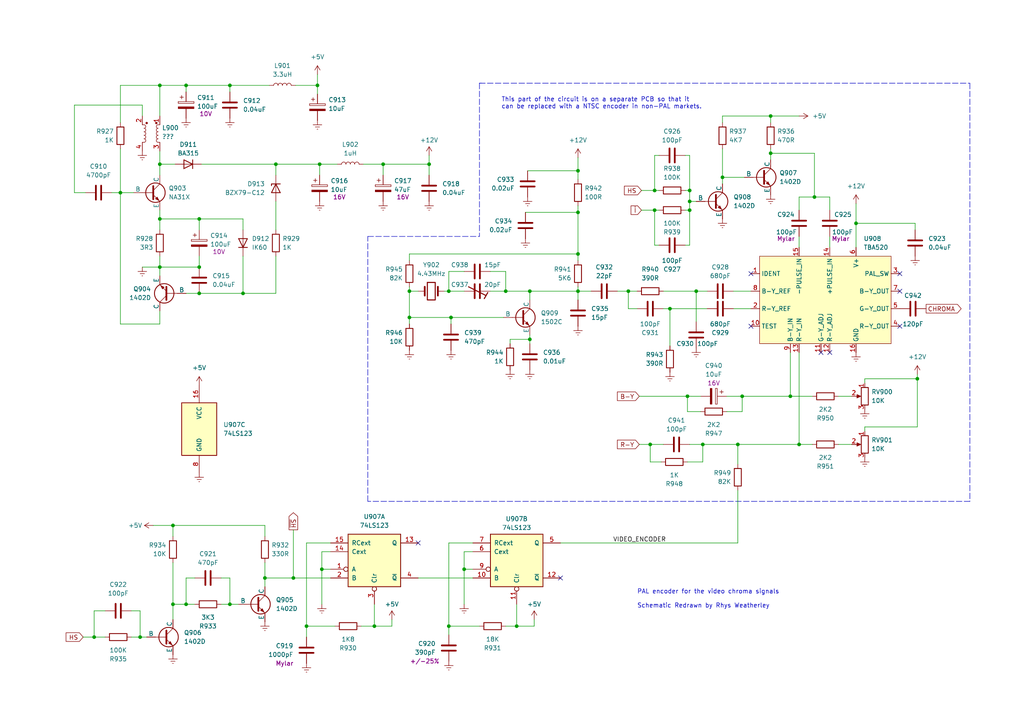
<source format=kicad_sch>
(kicad_sch (version 20230121) (generator eeschema)
  (paper "A4")
  (title_block (title "VZ200 Computer") (date "2024-01-05") (rev "2"))
  (lib_symbols
    (symbol "74xx:74LS123" (pin_names (offset 1.016))
      (property "Reference" "U" (at -7.62 8.89 0))
      (property "Value" "74LS123" (at -7.62 -8.89 0))
      (symbol "74LS123_1_0"
        (pin input inverted (at -12.7 -2.54 0) (length 5.08) (name "A") (number "1"))
        (pin output line (at 12.7 5.08 180) (length 5.08) (name "Q") (number "13"))
        (pin input line (at -12.7 2.54 0) (length 5.08) (name "Cext") (number "14"))
        (pin input line (at -12.7 5.08 0) (length 5.08) (name "RCext") (number "15"))
        (pin input line (at -12.7 -5.08 0) (length 5.08) (name "B") (number "2"))
        (pin input inverted (at 0 -12.7 90) (length 5.08) (name "Clr") (number "3"))
        (pin output line (at 12.7 -5.08 180) (length 5.08) (name "~{Q}") (number "4"))
      )
      (symbol "74LS123_1_1"
        (rectangle (start -7.62 7.62) (end 7.62 -7.62) (stroke (width 0.254)) (fill (type background)))
      )
      (symbol "74LS123_2_0"
        (pin input line (at -12.7 -5.08 0) (length 5.08) (name "B") (number "10"))
        (pin input inverted (at 0 -12.7 90) (length 5.08) (name "Clr") (number "11"))
        (pin output line (at 12.7 -5.08 180) (length 5.08) (name "~{Q}") (number "12"))
        (pin output line (at 12.7 5.08 180) (length 5.08) (name "Q") (number "5"))
        (pin input line (at -12.7 2.54 0) (length 5.08) (name "Cext") (number "6"))
        (pin input line (at -12.7 5.08 0) (length 5.08) (name "RCext") (number "7"))
        (pin input inverted (at -12.7 -2.54 0) (length 5.08) (name "A") (number "9"))
      )
      (symbol "74LS123_2_1"
        (rectangle (start -7.62 7.62) (end 7.62 -7.62) (stroke (width 0.254)) (fill (type background)))
      )
      (symbol "74LS123_3_0"
        (pin power_in line (at 0 12.7 270) (length 5.08) (name "VCC") (number "16"))
        (pin power_in line (at 0 -12.7 90) (length 5.08) (name "GND") (number "8"))
      )
      (symbol "74LS123_3_1"
        (rectangle (start -5.08 7.62) (end 5.08 -7.62) (stroke (width 0.254)) (fill (type background)))
      )
    )
    (symbol "Device:C" (pin_numbers hide) (pin_names (offset 0.254))
      (property "Reference" "C" (at 0.635 2.54 0))
      (property "Value" "C" (at 0.635 -2.54 0))
      (symbol "C_0_1"
        (polyline (pts (xy -2.032 -0.762) (xy 2.032 -0.762)) (stroke (width 0.508)))
        (polyline (pts (xy -2.032 0.762) (xy 2.032 0.762)) (stroke (width 0.508)))
      )
      (symbol "C_1_1"
        (pin passive line (at 0 3.81 270) (length 2.794) (name "~") (number "1"))
        (pin passive line (at 0 -3.81 90) (length 2.794) (name "~") (number "2"))
      )
    )
    (symbol "Device:C_Polarized" (pin_numbers hide) (pin_names (offset 0.254))
      (property "Reference" "C" (at 0.635 2.54 0))
      (property "Value" "C_Polarized" (at 0.635 -2.54 0))
      (symbol "C_Polarized_0_1"
        (rectangle (start -2.286 0.508) (end 2.286 1.016))
        (polyline (pts (xy -1.778 2.286) (xy -0.762 2.286)))
        (polyline (pts (xy -1.27 2.794) (xy -1.27 1.778)))
        (rectangle (start 2.286 -0.508) (end -2.286 -1.016) (fill (type outline)))
      )
      (symbol "C_Polarized_1_1"
        (pin passive line (at 0 3.81 270) (length 2.794) (name "~") (number "1"))
        (pin passive line (at 0 -3.81 90) (length 2.794) (name "~") (number "2"))
      )
    )
    (symbol "Device:C_Trim" (pin_numbers hide) (pin_names (offset 0.254) hide)
      (property "Reference" "C" (at 1.524 -2.032 0))
      (property "Value" "C_Trim" (at 3.048 -3.556 0))
      (symbol "C_Trim_0_1"
        (polyline (pts (xy -2.032 -0.762) (xy 2.032 -0.762)) (stroke (width 0.508)))
        (polyline (pts (xy -2.032 0.762) (xy 2.032 0.762)) (stroke (width 0.508)))
        (polyline (pts (xy 1.27 2.54) (xy -1.27 -2.54)) (stroke (width 0.3048)))
        (polyline (pts (xy 1.27 2.54) (xy 0.381 3.048)) (stroke (width 0.3048)))
        (polyline (pts (xy 1.27 2.54) (xy 2.159 2.032)) (stroke (width 0.3048)))
      )
      (symbol "C_Trim_1_1"
        (pin passive line (at 0 3.81 270) (length 3.048) (name "~") (number "1"))
        (pin passive line (at 0 -3.81 90) (length 3.048) (name "~") (number "2"))
      )
    )
    (symbol "Device:Crystal" (pin_numbers hide) (pin_names (offset 1.016) hide)
      (property "Reference" "Y" (at 0 3.81 0))
      (property "Value" "Crystal" (at 0 -3.81 0))
      (symbol "Crystal_0_1"
        (rectangle (start -1.143 2.54) (end 1.143 -2.54) (stroke (width 0.3048)))
        (polyline (pts (xy -2.54 0) (xy -1.905 0)))
        (polyline (pts (xy -1.905 -1.27) (xy -1.905 1.27)) (stroke (width 0.508)))
        (polyline (pts (xy 1.905 -1.27) (xy 1.905 1.27)) (stroke (width 0.508)))
        (polyline (pts (xy 2.54 0) (xy 1.905 0)))
      )
      (symbol "Crystal_1_1"
        (pin passive line (at -3.81 0 0) (length 1.27) (name "1") (number "1"))
        (pin passive line (at 3.81 0 180) (length 1.27) (name "2") (number "2"))
      )
    )
    (symbol "Device:D" (pin_numbers hide) (pin_names (offset 1.016) hide)
      (property "Reference" "D" (at 0 2.54 0))
      (property "Value" "D" (at 0 -2.54 0))
      (symbol "D_0_1"
        (polyline (pts (xy -1.27 1.27) (xy -1.27 -1.27)) (stroke (width 0.254)))
        (polyline (pts (xy 1.27 0) (xy -1.27 0)))
        (polyline (pts (xy 1.27 1.27) (xy 1.27 -1.27) (xy -1.27 0) (xy 1.27 1.27)) (stroke (width 0.254)))
      )
      (symbol "D_1_1"
        (pin passive line (at -3.81 0 0) (length 2.54) (name "K") (number "1"))
        (pin passive line (at 3.81 0 180) (length 2.54) (name "A") (number "2"))
      )
    )
    (symbol "Device:D_Zener" (pin_numbers hide) (pin_names (offset 1.016) hide)
      (property "Reference" "D" (at 0 2.54 0))
      (property "Value" "D_Zener" (at 0 -2.54 0))
      (symbol "D_Zener_0_1"
        (polyline (pts (xy 1.27 0) (xy -1.27 0)))
        (polyline (pts (xy -1.27 -1.27) (xy -1.27 1.27) (xy -0.762 1.27)) (stroke (width 0.254)))
        (polyline (pts (xy 1.27 -1.27) (xy 1.27 1.27) (xy -1.27 0) (xy 1.27 -1.27)) (stroke (width 0.254)))
      )
      (symbol "D_Zener_1_1"
        (pin passive line (at -3.81 0 0) (length 2.54) (name "K") (number "1"))
        (pin passive line (at 3.81 0 180) (length 2.54) (name "A") (number "2"))
      )
    )
    (symbol "Device:L" (pin_numbers hide) (pin_names (offset 1.016) hide)
      (property "Reference" "L" (at -1.27 0 90))
      (property "Value" "L" (at 1.905 0 90))
      (symbol "L_0_1"
        (arc (start 0 -2.54) (mid 0.6323 -1.905) (end 0 -1.27))
        (arc (start 0 -1.27) (mid 0.6323 -0.635) (end 0 0))
        (arc (start 0 0) (mid 0.6323 0.635) (end 0 1.27))
        (arc (start 0 1.27) (mid 0.6323 1.905) (end 0 2.54))
      )
      (symbol "L_1_1"
        (pin passive line (at 0 3.81 270) (length 1.27) (name "1") (number "1"))
        (pin passive line (at 0 -3.81 90) (length 1.27) (name "2") (number "2"))
      )
    )
    (symbol "Device:L_Coupled_1324" (pin_names (offset 0.254) hide)
      (property "Reference" "L" (at 0 4.445 0))
      (property "Value" "L_Coupled_1324" (at 0 -4.445 0))
      (symbol "L_Coupled_1324_0_1"
        (circle (center -3.048 -1.27) (radius 0.254) (fill (type outline)))
        (circle (center -3.048 1.524) (radius 0.254) (fill (type outline)))
        (arc (start -2.54 2.032) (mid -2.032 1.5262) (end -1.524 2.032))
        (arc (start -1.524 -2.032) (mid -2.032 -1.5262) (end -2.54 -2.032))
        (arc (start -1.524 2.032) (mid -1.016 1.5262) (end -0.508 2.032))
        (arc (start -0.508 -2.032) (mid -1.016 -1.5262) (end -1.524 -2.032))
        (arc (start -0.508 2.032) (mid 0 1.5262) (end 0.508 2.032))
        (polyline (pts (xy -2.54 -2.032) (xy -2.54 -2.54)))
        (polyline (pts (xy -2.54 2.032) (xy -2.54 2.54)))
        (polyline (pts (xy 2.54 -2.032) (xy 2.54 -2.54)))
        (polyline (pts (xy 2.54 2.54) (xy 2.54 2.032)))
        (arc (start 0.508 -2.032) (mid 0 -1.5262) (end -0.508 -2.032))
        (arc (start 0.508 2.032) (mid 1.016 1.5262) (end 1.524 2.032))
        (arc (start 1.524 -2.032) (mid 1.016 -1.5262) (end 0.508 -2.032))
        (arc (start 1.524 2.032) (mid 2.032 1.5262) (end 2.54 2.032))
        (arc (start 2.54 -2.032) (mid 2.032 -1.5262) (end 1.524 -2.032))
      )
      (symbol "L_Coupled_1324_1_1"
        (pin passive line (at -5.08 2.54 0) (length 2.54) (name "1") (number "1"))
        (pin passive line (at -5.08 -2.54 0) (length 2.54) (name "2") (number "2"))
        (pin passive line (at 5.08 2.54 180) (length 2.54) (name "3") (number "3"))
        (pin passive line (at 5.08 -2.54 180) (length 2.54) (name "4") (number "4"))
      )
    )
    (symbol "Device:R" (pin_numbers hide) (pin_names (offset 0))
      (property "Reference" "R" (at 2.032 0 90))
      (property "Value" "R" (at 0 0 90))
      (symbol "R_0_1"
        (rectangle (start -1.016 -2.54) (end 1.016 2.54) (stroke (width 0.254)))
      )
      (symbol "R_1_1"
        (pin passive line (at 0 3.81 270) (length 1.27) (name "~") (number "1"))
        (pin passive line (at 0 -3.81 90) (length 1.27) (name "~") (number "2"))
      )
    )
    (symbol "Device:R_Potentiometer" (pin_names (offset 1.016) hide)
      (property "Reference" "RV" (at -4.445 0 90))
      (property "Value" "R_Potentiometer" (at -2.54 0 90))
      (symbol "R_Potentiometer_0_1"
        (polyline (pts (xy 2.54 0) (xy 1.524 0)))
        (polyline (pts (xy 1.143 0) (xy 2.286 0.508) (xy 2.286 -0.508) (xy 1.143 0)) (fill (type outline)))
        (rectangle (start 1.016 2.54) (end -1.016 -2.54) (stroke (width 0.254)))
      )
      (symbol "R_Potentiometer_1_1"
        (pin passive line (at 0 3.81 270) (length 1.27) (name "1") (number "1"))
        (pin passive line (at 3.81 0 180) (length 1.27) (name "2") (number "2"))
        (pin passive line (at 0 -3.81 90) (length 1.27) (name "3") (number "3"))
      )
    )
    (symbol "PAL_Encoder_TBA520:TBA520"
      (property "Reference" "U" (at 12.7 2.54 0))
      (property "Value" "TBA520" (at 15.24 0 0))
      (symbol "TBA520_1_1"
        (rectangle (start -19.05 -2.54) (end 19.05 -27.94) (fill (type background)))
        (pin input line (at -21.59 -7.62 0) (length 2.54) (name "IDENT") (number "1"))
        (pin input line (at -21.59 -22.86 0) (length 2.54) (name "TEST") (number "10"))
        (pin input line (at -1.27 -30.48 90) (length 2.54) (name "G-Y_ADJ") (number "11"))
        (pin input line (at 1.27 -30.48 90) (length 2.54) (name "R-Y_ADJ") (number "12"))
        (pin input line (at -7.62 -30.48 90) (length 2.54) (name "R-Y_IN") (number "13"))
        (pin input line (at 1.27 0 270) (length 2.54) (name "+PULSE_IN") (number "14"))
        (pin input line (at -7.62 0 270) (length 2.54) (name "-PULSE_IN") (number "15"))
        (pin power_in line (at 8.89 -30.48 90) (length 2.54) (name "GND") (number "16"))
        (pin input line (at -21.59 -17.78 0) (length 2.54) (name "R-Y_REF") (number "2"))
        (pin output line (at 21.59 -7.62 180) (length 2.54) (name "PAL_SW") (number "3"))
        (pin output line (at 21.59 -22.86 180) (length 2.54) (name "R-Y_OUT") (number "4"))
        (pin output line (at 21.59 -17.78 180) (length 2.54) (name "G-Y_OUT") (number "5"))
        (pin power_in line (at 8.89 0 270) (length 2.54) (name "V+") (number "6"))
        (pin output line (at 21.59 -12.7 180) (length 2.54) (name "B-Y_OUT") (number "7"))
        (pin input line (at -21.59 -12.7 0) (length 2.54) (name "B-Y_REF") (number "8"))
        (pin input line (at -10.16 -30.48 90) (length 2.54) (name "B-Y_IN") (number "9"))
      )
    )
    (symbol "Simulation_SPICE:NPN" (pin_numbers hide) (pin_names (offset 0))
      (property "Reference" "Q" (at -2.54 7.62 0))
      (property "Value" "NPN" (at -2.54 5.08 0))
      (symbol "NPN_0_1"
        (polyline (pts (xy -2.54 0) (xy 0.635 0)) (stroke (width 0.1524)))
        (polyline (pts (xy 0.635 0.635) (xy 2.54 2.54)))
        (polyline (pts (xy 2.794 -1.27) (xy 2.794 -1.27)) (stroke (width 0.1524)))
        (polyline (pts (xy 2.794 -1.27) (xy 2.794 -1.27)) (stroke (width 0.1524)))
        (polyline (pts (xy 0.635 -0.635) (xy 2.54 -2.54) (xy 2.54 -2.54)))
        (polyline (pts (xy 0.635 1.905) (xy 0.635 -1.905) (xy 0.635 -1.905)) (stroke (width 0.508)))
        (polyline (pts (xy 1.27 -1.778) (xy 1.778 -1.27) (xy 2.286 -2.286) (xy 1.27 -1.778) (xy 1.27 -1.778)) (fill (type outline)))
        (circle (center 1.27 0) (radius 2.8194) (stroke (width 0.254)))
      )
      (symbol "NPN_1_1"
        (pin open_collector line (at 2.54 5.08 270) (length 2.54) (name "C") (number "1"))
        (pin input line (at -5.08 0 0) (length 2.54) (name "B") (number "2"))
        (pin open_emitter line (at 2.54 -5.08 90) (length 2.54) (name "E") (number "3"))
      )
    )
    (symbol "power:+12V" (power) (pin_names (offset 0))
      (property "Value" "+12V" (at 0 3.556 0))
      (symbol "+12V_0_1"
        (polyline (pts (xy -0.762 1.27) (xy 0 2.54)))
        (polyline (pts (xy 0 0) (xy 0 2.54)))
        (polyline (pts (xy 0 2.54) (xy 0.762 1.27)))
      )
      (symbol "+12V_1_1"
        (pin power_in line (at 0 0 90) (length 0) hide (name "+12V") (number "1"))
      )
    )
    (symbol "power:+5V" (power) (pin_names (offset 0))
      (property "Value" "+5V" (at 0 3.556 0))
      (symbol "+5V_0_1"
        (polyline (pts (xy -0.762 1.27) (xy 0 2.54)))
        (polyline (pts (xy 0 0) (xy 0 2.54)))
        (polyline (pts (xy 0 2.54) (xy 0.762 1.27)))
      )
      (symbol "+5V_1_1"
        (pin power_in line (at 0 0 90) (length 0) hide (name "+5V") (number "1"))
      )
    )
    (symbol "power:Earth" (power) (pin_names (offset 0))
      (symbol "Earth_0_1"
        (polyline (pts (xy -0.635 -1.905) (xy 0.635 -1.905)))
        (polyline (pts (xy -0.127 -2.54) (xy 0.127 -2.54)))
        (polyline (pts (xy 0 -1.27) (xy 0 0)))
        (polyline (pts (xy 1.27 -1.27) (xy -1.27 -1.27)))
      )
      (symbol "Earth_1_1"
        (pin power_in line (at 0 0 270) (length 0) hide (name "Earth") (number "1"))
      )
    )
  )
  (junction (at 182.245 84.455))
  (junction (at 50.165 175.26))
  (junction (at 200.025 58.42))
  (junction (at 266.065 109.855))
  (junction (at 167.64 84.455))
  (junction (at 248.285 64.77))
  (junction (at 118.745 84.455))
  (junction (at 46.355 47.625))
  (junction (at 124.46 47.625))
  (junction (at 201.93 84.455))
  (junction (at 200.025 55.245))
  (junction (at 57.785 85.09))
  (junction (at 209.55 51.435))
  (junction (at 46.355 77.47))
  (junction (at 50.165 152.4))
  (junction (at 188.595 128.905))
  (junction (at 53.975 24.765))
  (junction (at 46.355 24.765))
  (junction (at 66.675 24.765))
  (junction (at 134.62 165.1))
  (junction (at 70.485 85.09))
  (junction (at 80.01 47.625))
  (junction (at 130.81 92.075))
  (junction (at 194.31 89.535))
  (junction (at 93.345 165.1))
  (junction (at 76.835 167.64))
  (junction (at 34.925 55.88))
  (junction (at 111.125 47.625))
  (junction (at 167.64 73.66))
  (junction (at 118.745 92.075))
  (junction (at 149.86 181.61))
  (junction (at 215.265 114.935))
  (junction (at 229.235 114.935))
  (junction (at 231.775 128.905))
  (junction (at 53.975 175.26))
  (junction (at 108.585 181.61))
  (junction (at 66.675 175.26))
  (junction (at 189.865 60.96))
  (junction (at 40.64 184.785))
  (junction (at 236.22 57.15))
  (junction (at 92.71 47.625))
  (junction (at 88.9 181.61))
  (junction (at 167.64 61.595))
  (junction (at 223.52 33.655))
  (junction (at 153.67 98.425))
  (junction (at 199.39 114.935))
  (junction (at 167.64 49.53))
  (junction (at 57.785 77.47))
  (junction (at 213.995 128.905))
  (junction (at 46.355 63.5))
  (junction (at 153.67 84.455))
  (junction (at 130.175 181.61))
  (junction (at 223.52 44.45))
  (junction (at 85.09 167.64))
  (junction (at 130.175 84.455))
  (junction (at 200.025 60.96))
  (junction (at 92.075 24.765))
  (junction (at 57.785 63.5))
  (junction (at 203.835 128.905))
  (junction (at 189.865 55.245))
  (junction (at 146.685 84.455))
  (junction (at 27.305 184.785))
  (no_connect (at 121.285 157.48))
  (no_connect (at 260.985 79.375))
  (no_connect (at 217.805 94.615))
  (no_connect (at 162.56 167.64))
  (no_connect (at 217.805 79.375))
  (no_connect (at 240.665 102.235))
  (no_connect (at 260.985 84.455))
  (no_connect (at 238.125 102.235))
  (no_connect (at 260.985 94.615))
  (wire (pts (xy 201.93 84.455) (xy 205.105 84.455)))
  (wire (pts (xy 200.025 58.42) (xy 200.025 60.96)))
  (wire (pts (xy 231.775 102.235) (xy 231.775 128.905)))
  (wire (pts (xy 186.055 60.96) (xy 189.865 60.96)))
  (wire (pts (xy 162.56 157.48) (xy 213.995 157.48)))
  (wire (pts (xy 27.305 177.165) (xy 27.305 184.785)))
  (wire (pts (xy 104.775 181.61) (xy 108.585 181.61)))
  (wire (pts (xy 153.67 98.425) (xy 153.67 99.695)))
  (wire (pts (xy 46.355 47.625) (xy 50.8 47.625)))
  (wire (pts (xy 64.135 167.64) (xy 66.675 167.64)))
  (wire (pts (xy 93.345 165.1) (xy 95.885 165.1)))
  (wire (pts (xy 191.135 71.12) (xy 189.865 71.12)))
  (wire (pts (xy 66.675 167.64) (xy 66.675 175.26)))
  (wire (pts (xy 215.265 114.935) (xy 210.82 114.935)))
  (wire (pts (xy 57.785 74.295) (xy 57.785 77.47)))
  (wire (pts (xy 153.67 86.995) (xy 153.67 84.455)))
  (wire (pts (xy 199.39 114.935) (xy 203.2 114.935)))
  (wire (pts (xy 210.82 119.38) (xy 215.265 119.38)))
  (wire (pts (xy 188.595 128.905) (xy 192.405 128.905)))
  (wire (pts (xy 38.1 184.785) (xy 40.64 184.785)))
  (wire (pts (xy 46.355 90.17) (xy 46.355 93.98)))
  (wire (pts (xy 200.025 60.96) (xy 200.025 71.12)))
  (wire (pts (xy 153.67 97.155) (xy 153.67 98.425)))
  (wire (pts (xy 118.745 92.075) (xy 130.81 92.075)))
  (wire (pts (xy 95.885 160.02) (xy 93.345 160.02)))
  (wire (pts (xy 113.665 181.61) (xy 108.585 181.61)))
  (wire (pts (xy 137.16 157.48) (xy 130.175 157.48)))
  (wire (pts (xy 188.595 133.985) (xy 188.595 128.905)))
  (wire (pts (xy 118.745 92.075) (xy 118.745 93.98)))
  (wire (pts (xy 41.275 77.47) (xy 46.355 77.47)))
  (wire (pts (xy 189.865 55.245) (xy 191.135 55.245)))
  (wire (pts (xy 201.93 84.455) (xy 201.93 93.345)))
  (wire (pts (xy 248.285 64.77) (xy 248.285 71.755)))
  (wire (pts (xy 46.355 47.625) (xy 46.355 50.8)))
  (wire (pts (xy 149.86 181.61) (xy 149.86 175.26)))
  (wire (pts (xy 66.675 175.26) (xy 69.215 175.26)))
  (wire (pts (xy 223.52 33.655) (xy 223.52 35.56)))
  (wire (pts (xy 46.355 24.765) (xy 46.355 33.655)))
  (wire (pts (xy 167.64 45.72) (xy 167.64 49.53)))
  (wire (pts (xy 189.865 60.96) (xy 191.135 60.96)))
  (wire (pts (xy 147.955 99.695) (xy 147.955 98.425)))
  (wire (pts (xy 130.175 181.61) (xy 139.065 181.61)))
  (wire (pts (xy 46.355 63.5) (xy 57.785 63.5)))
  (wire (pts (xy 32.385 55.88) (xy 34.925 55.88)))
  (wire (pts (xy 213.995 157.48) (xy 213.995 142.24)))
  (wire (pts (xy 80.01 85.09) (xy 70.485 85.09)))
  (wire (pts (xy 76.835 155.575) (xy 76.835 152.4)))
  (wire (pts (xy 130.175 78.74) (xy 130.175 84.455)))
  (wire (pts (xy 194.31 89.535) (xy 205.105 89.535)))
  (wire (pts (xy 191.77 133.985) (xy 188.595 133.985)))
  (wire (pts (xy 199.39 119.38) (xy 199.39 114.935)))
  (wire (pts (xy 266.065 108.585) (xy 266.065 109.855)))
  (wire (pts (xy 137.16 160.02) (xy 134.62 160.02)))
  (wire (pts (xy 209.55 51.435) (xy 209.55 53.34)))
  (wire (pts (xy 199.39 133.985) (xy 203.835 133.985)))
  (wire (pts (xy 34.925 35.56) (xy 34.925 24.765)))
  (wire (pts (xy 265.43 66.675) (xy 265.43 64.77)))
  (wire (pts (xy 40.64 184.785) (xy 42.545 184.785)))
  (wire (pts (xy 198.755 55.245) (xy 200.025 55.245)))
  (wire (pts (xy 223.52 33.655) (xy 231.775 33.655)))
  (wire (pts (xy 209.55 51.435) (xy 215.9 51.435)))
  (wire (pts (xy 191.135 45.085) (xy 189.865 45.085)))
  (wire (pts (xy 198.755 45.085) (xy 200.025 45.085)))
  (wire (pts (xy 80.01 47.625) (xy 80.01 50.8)))
  (wire (pts (xy 46.355 77.47) (xy 57.785 77.47)))
  (wire (pts (xy 213.995 128.905) (xy 213.995 134.62)))
  (wire (pts (xy 248.285 59.055) (xy 248.285 64.77)))
  (wire (pts (xy 229.235 114.935) (xy 215.265 114.935)))
  (wire (pts (xy 118.745 73.66) (xy 167.64 73.66)))
  (polyline (pts (xy 139.065 24.13) (xy 139.065 68.58)) (stroke (width 0) (type dash)))
  (wire (pts (xy 46.355 60.96) (xy 46.355 63.5)))
  (wire (pts (xy 134.62 165.1) (xy 137.16 165.1)))
  (polyline (pts (xy 106.68 145.415) (xy 106.68 68.58)) (stroke (width 0) (type dash)))
  (wire (pts (xy 64.135 175.26) (xy 66.675 175.26)))
  (wire (pts (xy 231.775 57.15) (xy 231.775 60.96)))
  (wire (pts (xy 46.355 43.815) (xy 46.355 47.625)))
  (wire (pts (xy 40.64 177.165) (xy 40.64 184.785)))
  (wire (pts (xy 266.065 123.825) (xy 250.825 123.825)))
  (wire (pts (xy 92.075 21.59) (xy 92.075 24.765)))
  (wire (pts (xy 80.01 74.295) (xy 80.01 85.09)))
  (wire (pts (xy 152.4 61.595) (xy 167.64 61.595)))
  (wire (pts (xy 203.2 119.38) (xy 199.39 119.38)))
  (wire (pts (xy 93.345 160.02) (xy 93.345 165.1)))
  (wire (pts (xy 134.62 78.74) (xy 130.175 78.74)))
  (wire (pts (xy 53.975 85.09) (xy 57.785 85.09)))
  (wire (pts (xy 124.46 47.625) (xy 111.125 47.625)))
  (wire (pts (xy 50.165 152.4) (xy 50.165 155.575)))
  (wire (pts (xy 236.22 44.45) (xy 223.52 44.45)))
  (wire (pts (xy 118.745 84.455) (xy 121.285 84.455)))
  (wire (pts (xy 34.925 24.765) (xy 46.355 24.765)))
  (wire (pts (xy 46.355 93.98) (xy 34.925 93.98)))
  (wire (pts (xy 92.71 47.625) (xy 92.71 50.8)))
  (wire (pts (xy 85.725 24.765) (xy 92.075 24.765)))
  (wire (pts (xy 30.48 177.165) (xy 27.305 177.165)))
  (wire (pts (xy 231.775 128.905) (xy 235.585 128.905)))
  (wire (pts (xy 243.205 114.935) (xy 247.015 114.935)))
  (wire (pts (xy 53.975 24.765) (xy 66.675 24.765)))
  (wire (pts (xy 212.725 89.535) (xy 217.805 89.535)))
  (polyline (pts (xy 106.68 68.58) (xy 139.065 68.58)) (stroke (width 0) (type dash)))
  (wire (pts (xy 250.825 111.125) (xy 250.825 109.855)))
  (wire (pts (xy 130.175 157.48) (xy 130.175 181.61)))
  (wire (pts (xy 88.9 181.61) (xy 97.155 181.61)))
  (wire (pts (xy 240.665 68.58) (xy 240.665 71.755)))
  (wire (pts (xy 57.785 66.675) (xy 57.785 63.5)))
  (wire (pts (xy 24.765 55.88) (xy 21.59 55.88)))
  (wire (pts (xy 231.775 68.58) (xy 231.775 71.755)))
  (wire (pts (xy 213.995 128.905) (xy 231.775 128.905)))
  (wire (pts (xy 209.55 35.56) (xy 209.55 33.655)))
  (wire (pts (xy 21.59 30.48) (xy 41.275 30.48)))
  (wire (pts (xy 146.685 181.61) (xy 149.86 181.61)))
  (wire (pts (xy 146.685 78.74) (xy 146.685 84.455)))
  (wire (pts (xy 184.785 89.535) (xy 182.245 89.535)))
  (wire (pts (xy 70.485 85.09) (xy 57.785 85.09)))
  (wire (pts (xy 121.285 167.64) (xy 137.16 167.64)))
  (wire (pts (xy 118.745 75.565) (xy 118.745 73.66)))
  (wire (pts (xy 34.925 43.18) (xy 34.925 55.88)))
  (wire (pts (xy 167.64 59.69) (xy 167.64 61.595)))
  (wire (pts (xy 189.865 45.085) (xy 189.865 55.245)))
  (wire (pts (xy 85.09 153.67) (xy 85.09 167.64)))
  (wire (pts (xy 130.81 92.075) (xy 146.05 92.075)))
  (wire (pts (xy 200.025 58.42) (xy 201.93 58.42)))
  (wire (pts (xy 179.07 84.455) (xy 182.245 84.455)))
  (wire (pts (xy 153.035 49.53) (xy 167.64 49.53)))
  (wire (pts (xy 70.485 63.5) (xy 57.785 63.5)))
  (wire (pts (xy 146.685 84.455) (xy 153.67 84.455)))
  (wire (pts (xy 147.955 98.425) (xy 153.67 98.425)))
  (wire (pts (xy 142.24 84.455) (xy 146.685 84.455)))
  (wire (pts (xy 130.175 84.455) (xy 134.62 84.455)))
  (wire (pts (xy 203.835 133.985) (xy 203.835 128.905)))
  (wire (pts (xy 236.22 57.15) (xy 231.775 57.15)))
  (wire (pts (xy 223.52 44.45) (xy 223.52 46.355)))
  (wire (pts (xy 50.165 179.705) (xy 50.165 175.26)))
  (wire (pts (xy 46.355 77.47) (xy 46.355 80.01)))
  (wire (pts (xy 194.31 89.535) (xy 194.31 100.33)))
  (wire (pts (xy 265.43 64.77) (xy 248.285 64.77)))
  (wire (pts (xy 209.55 33.655) (xy 223.52 33.655)))
  (wire (pts (xy 198.755 71.12) (xy 200.025 71.12)))
  (wire (pts (xy 93.345 165.1) (xy 93.345 175.26)))
  (wire (pts (xy 167.64 84.455) (xy 167.64 86.995)))
  (wire (pts (xy 24.13 184.785) (xy 27.305 184.785)))
  (wire (pts (xy 92.075 24.765) (xy 92.075 27.305)))
  (polyline (pts (xy 281.305 24.13) (xy 281.305 145.415)) (stroke (width 0) (type dash)))
  (wire (pts (xy 53.975 24.765) (xy 53.975 26.67)))
  (wire (pts (xy 21.59 55.88) (xy 21.59 30.48)))
  (wire (pts (xy 124.46 45.085) (xy 124.46 47.625)))
  (wire (pts (xy 66.675 24.765) (xy 66.675 26.67)))
  (wire (pts (xy 266.065 109.855) (xy 266.065 123.825)))
  (wire (pts (xy 50.165 175.26) (xy 53.975 175.26)))
  (wire (pts (xy 70.485 66.675) (xy 70.485 63.5)))
  (wire (pts (xy 167.64 73.66) (xy 167.64 75.565)))
  (wire (pts (xy 76.835 167.64) (xy 85.09 167.64)))
  (wire (pts (xy 185.42 128.905) (xy 188.595 128.905)))
  (wire (pts (xy 236.22 57.15) (xy 236.22 44.45)))
  (wire (pts (xy 209.55 43.18) (xy 209.55 51.435)))
  (wire (pts (xy 66.675 24.765) (xy 78.105 24.765)))
  (wire (pts (xy 200.025 60.96) (xy 198.755 60.96)))
  (wire (pts (xy 58.42 47.625) (xy 80.01 47.625)))
  (wire (pts (xy 53.975 167.64) (xy 53.975 175.26)))
  (wire (pts (xy 50.165 163.195) (xy 50.165 175.26)))
  (wire (pts (xy 56.515 167.64) (xy 53.975 167.64)))
  (wire (pts (xy 108.585 181.61) (xy 108.585 175.26)))
  (wire (pts (xy 142.24 78.74) (xy 146.685 78.74)))
  (wire (pts (xy 203.835 128.905) (xy 213.995 128.905)))
  (wire (pts (xy 243.205 128.905) (xy 247.015 128.905)))
  (wire (pts (xy 229.235 102.235) (xy 229.235 114.935)))
  (wire (pts (xy 95.885 157.48) (xy 88.9 157.48)))
  (wire (pts (xy 41.275 30.48) (xy 41.275 33.655)))
  (polyline (pts (xy 139.065 24.13) (xy 139.7 24.13)))
  (polyline (pts (xy 281.305 145.415) (xy 106.68 145.415)) (stroke (width 0) (type dash)))
  (wire (pts (xy 111.125 47.625) (xy 105.41 47.625)))
  (wire (pts (xy 182.245 84.455) (xy 184.785 84.455)))
  (wire (pts (xy 154.94 179.705) (xy 154.94 181.61)))
  (wire (pts (xy 134.62 165.1) (xy 134.62 175.26)))
  (wire (pts (xy 182.245 89.535) (xy 182.245 84.455)))
  (wire (pts (xy 80.01 58.42) (xy 80.01 66.675)))
  (wire (pts (xy 70.485 74.295) (xy 70.485 85.09)))
  (wire (pts (xy 250.825 109.855) (xy 266.065 109.855)))
  (wire (pts (xy 128.905 84.455) (xy 130.175 84.455)))
  (wire (pts (xy 124.46 50.8) (xy 124.46 47.625)))
  (wire (pts (xy 154.94 181.61) (xy 149.86 181.61)))
  (wire (pts (xy 76.835 167.64) (xy 76.835 170.18)))
  (wire (pts (xy 53.975 175.26) (xy 56.515 175.26)))
  (wire (pts (xy 118.745 84.455) (xy 118.745 92.075)))
  (wire (pts (xy 192.405 84.455) (xy 201.93 84.455)))
  (wire (pts (xy 153.67 84.455) (xy 167.64 84.455)))
  (wire (pts (xy 130.81 92.075) (xy 130.81 93.98)))
  (polyline (pts (xy 139.065 24.13) (xy 281.305 24.13)) (stroke (width 0) (type dash)))
  (wire (pts (xy 229.235 114.935) (xy 235.585 114.935)))
  (wire (pts (xy 76.835 163.195) (xy 76.835 167.64)))
  (wire (pts (xy 212.725 84.455) (xy 217.805 84.455)))
  (wire (pts (xy 185.42 114.935) (xy 199.39 114.935)))
  (wire (pts (xy 113.665 179.705) (xy 113.665 181.61)))
  (wire (pts (xy 186.055 55.245) (xy 189.865 55.245)))
  (wire (pts (xy 27.305 184.785) (xy 30.48 184.785)))
  (wire (pts (xy 34.925 93.98) (xy 34.925 55.88)))
  (wire (pts (xy 130.175 184.15) (xy 130.175 181.61)))
  (wire (pts (xy 38.1 177.165) (xy 40.64 177.165)))
  (wire (pts (xy 111.125 50.8) (xy 111.125 47.625)))
  (wire (pts (xy 88.9 157.48) (xy 88.9 181.61)))
  (wire (pts (xy 200.025 45.085) (xy 200.025 55.245)))
  (wire (pts (xy 250.825 123.825) (xy 250.825 125.095)))
  (wire (pts (xy 92.71 47.625) (xy 80.01 47.625)))
  (wire (pts (xy 50.165 152.4) (xy 44.45 152.4)))
  (wire (pts (xy 34.925 55.88) (xy 38.735 55.88)))
  (wire (pts (xy 215.265 119.38) (xy 215.265 114.935)))
  (wire (pts (xy 240.665 57.15) (xy 236.22 57.15)))
  (wire (pts (xy 167.64 84.455) (xy 167.64 83.185)))
  (wire (pts (xy 46.355 74.295) (xy 46.355 77.47)))
  (wire (pts (xy 46.355 63.5) (xy 46.355 66.675)))
  (wire (pts (xy 223.52 43.18) (xy 223.52 44.45)))
  (wire (pts (xy 85.09 167.64) (xy 95.885 167.64)))
  (wire (pts (xy 189.865 71.12) (xy 189.865 60.96)))
  (wire (pts (xy 97.79 47.625) (xy 92.71 47.625)))
  (wire (pts (xy 171.45 84.455) (xy 167.64 84.455)))
  (wire (pts (xy 167.64 61.595) (xy 167.64 73.66)))
  (wire (pts (xy 200.025 128.905) (xy 203.835 128.905)))
  (wire (pts (xy 76.835 152.4) (xy 50.165 152.4)))
  (wire (pts (xy 167.64 49.53) (xy 167.64 52.07)))
  (wire (pts (xy 46.355 24.765) (xy 53.975 24.765)))
  (wire (pts (xy 134.62 160.02) (xy 134.62 165.1)))
  (wire (pts (xy 118.745 83.185) (xy 118.745 84.455)))
  (wire (pts (xy 88.9 181.61) (xy 88.9 184.785)))
  (wire (pts (xy 192.405 89.535) (xy 194.31 89.535)))
  (wire (pts (xy 240.665 60.96) (xy 240.665 57.15)))
  (wire (pts (xy 200.025 55.245) (xy 200.025 58.42)))
  (text "This part of the circuit is on a separate PCB so that it\ncan be replaced with a NTSC encoder in non-PAL markets." (at 145.415 31.75 0) (effects (font (size 1.27 1.27)) (justify left bottom)))
  (text "PAL encoder for the video chroma signals\n\nSchematic Redrawn by Rhys Weatherley" (at 184.785 176.53 0) (effects (font (size 1.27 1.27)) (justify left bottom)))
  (label "VIDEO_ENCODER" (at 177.8 157.48 0))
  (global_label "HS" (shape input) (at 24.13 184.785 180) (property "Intersheetrefs" "${INTERSHEET_REFS}" (effects hide)))
  (global_label "R-Y" (shape input) (at 185.42 128.905 180) (property "Intersheetrefs" "${INTERSHEET_REFS}" (effects hide)))
  (global_label "~{I}" (shape input) (at 186.055 60.96 180) (property "Intersheetrefs" "${INTERSHEET_REFS}" (effects hide)))
  (global_label "B-Y" (shape input) (at 185.42 114.935 180) (property "Intersheetrefs" "${INTERSHEET_REFS}" (effects hide)))
  (global_label "HS" (shape input) (at 186.055 55.245 180) (property "Intersheetrefs" "${INTERSHEET_REFS}" (effects hide)))
  (global_label "~{HS}" (shape output) (at 85.09 153.67 90) (property "Intersheetrefs" "${INTERSHEET_REFS}" (effects hide)))
  (global_label "CHROMA" (shape output) (at 268.605 89.535 0) (property "Intersheetrefs" "${INTERSHEET_REFS}" (effects hide)))
  (symbol (lib_id "power:Earth") (at 76.835 180.34 0) (unit 1)
    (property "Reference" "#PWR0110" (effects hide))
    (property "Value" "Earth" (effects hide))
  )
  (symbol (lib_id "Device:C") (at 130.175 187.96 0) (mirror y) (unit 1)
    (property "Reference" "C920" (at 126.365 186.69 0) (effects (justify left)))
    (property "Value" "390pF" (at 126.365 189.23 0) (effects (justify left)))
    (property "Tolerance" "+/-25%" (at 123.19 191.77 0))
  )
  (symbol (lib_id "power:Earth") (at 41.275 77.47 0) (unit 1)
    (property "Reference" "#PWR099" (effects hide))
    (property "Value" "Earth" (effects hide))
  )
  (symbol (lib_id "Device:D_Zener") (at 80.01 54.61 90) (mirror x) (unit 1)
    (property "Reference" "D913" (at 76.835 53.34 90) (effects (justify left)))
    (property "Value" "BZX79-C12" (at 76.835 55.88 90) (effects (justify left)))
  )
  (symbol (lib_id "Device:C") (at 57.785 81.28 0) (unit 1)
    (property "Reference" "C915" (at 61.595 80.01 0) (effects (justify left)))
    (property "Value" "0.04uF" (at 61.595 82.55 0) (effects (justify left)))
  )
  (symbol (lib_id "Device:R") (at 34.29 184.785 90) (mirror x) (unit 1)
    (property "Reference" "R935" (at 34.29 191.135 90))
    (property "Value" "100K" (at 34.29 188.595 90))
    (property "Footprint" "Resistor_THT:R_Axial_DIN0207_L6.3mm_D2.5mm_P7.62mm_Horizontal" (effects hide))
  )
  (symbol (lib_id "Device:R") (at 46.355 70.485 0) (mirror y) (unit 1)
    (property "Reference" "R928" (at 44.45 69.215 0) (effects (justify left)))
    (property "Value" "3R3" (at 44.45 71.755 0) (effects (justify left)))
    (property "Footprint" "Resistor_THT:R_Axial_DIN0207_L6.3mm_D2.5mm_P7.62mm_Horizontal" (effects hide))
  )
  (symbol (lib_id "power:Earth") (at 265.43 74.295 0) (unit 1)
    (property "Reference" "#PWR0116" (effects hide))
    (property "Value" "Earth" (effects hide))
  )
  (symbol (lib_id "power:Earth") (at 201.93 100.965 0) (unit 1)
    (property "Reference" "#PWR0119" (effects hide))
    (property "Value" "Earth" (effects hide))
  )
  (symbol (lib_id "Device:R") (at 167.64 55.88 0) (unit 1)
    (property "Reference" "R942" (at 169.545 54.61 0) (effects (justify left)))
    (property "Value" "100R" (at 169.545 57.15 0) (effects (justify left)))
    (property "Footprint" "Resistor_THT:R_Axial_DIN0207_L6.3mm_D2.5mm_P7.62mm_Horizontal" (effects hide))
  )
  (symbol (lib_id "Device:C") (at 201.93 97.155 0) (mirror y) (unit 1)
    (property "Reference" "C930" (at 201.295 99.695 0) (effects (justify left)))
    (property "Value" "100pF" (at 208.28 99.695 0) (effects (justify left)))
  )
  (symbol (lib_id "Device:C") (at 124.46 54.61 0) (unit 1)
    (property "Reference" "C918" (at 128.27 53.34 0) (effects (justify left)))
    (property "Value" "0.04uF" (at 128.27 55.88 0) (effects (justify left)))
  )
  (symbol (lib_id "power:+12V") (at 124.46 45.085 0) (unit 1)
    (property "Reference" "#PWR0103" (effects hide))
    (property "Value" "+12V" (at 124.46 40.64 0))
  )
  (symbol (lib_id "Device:C") (at 208.915 89.535 90) (mirror x) (unit 1)
    (property "Reference" "C929" (at 208.915 96.52 90))
    (property "Value" "680pF" (at 208.915 93.98 90))
  )
  (symbol (lib_id "74xx:74LS123") (at 149.86 162.56 0) (unit 2)
    (property "Reference" "U907" (at 149.86 150.495 0))
    (property "Value" "74LS123" (at 149.86 153.035 0))
    (property "Footprint" "Package_DIP:DIP-16_W7.62mm" (effects hide))
    (property "Datasheet" "http://www.ti.com/lit/gpn/sn74LS123" (effects hide))
  )
  (symbol (lib_id "Device:R") (at 194.31 104.14 0) (mirror y) (unit 1)
    (property "Reference" "R943" (at 192.405 102.87 0) (effects (justify left)))
    (property "Value" "390R" (at 192.405 105.41 0) (effects (justify left)))
    (property "Footprint" "Resistor_THT:R_Axial_DIN0207_L6.3mm_D2.5mm_P7.62mm_Horizontal" (effects hide))
  )
  (symbol (lib_id "Device:C") (at 231.775 64.77 0) (mirror y) (unit 1)
    (property "Reference" "C924" (at 230.505 62.23 0) (effects (justify left)))
    (property "Value" "100pF" (at 231.14 67.31 0) (effects (justify left)))
    (property "Type" "Mylar" (at 227.965 69.215 0))
  )
  (symbol (lib_id "Device:C") (at 60.325 167.64 90) (unit 1)
    (property "Reference" "C921" (at 60.325 160.655 90))
    (property "Value" "470pF" (at 60.325 163.195 90))
  )
  (symbol (lib_id "power:Earth") (at 92.71 58.42 0) (unit 1)
    (property "Reference" "#PWR0100" (effects hide))
    (property "Value" "Earth" (effects hide))
  )
  (symbol (lib_id "power:Earth") (at 147.955 107.315 0) (unit 1)
    (property "Reference" "#PWR0126" (effects hide))
    (property "Value" "Earth" (effects hide))
  )
  (symbol (lib_id "power:+5V") (at 113.665 179.705 0) (unit 1)
    (property "Reference" "#PWR0132" (effects hide))
    (property "Value" "+5V" (at 113.665 175.26 0))
  )
  (symbol (lib_id "74xx:74LS123") (at 108.585 162.56 0) (unit 1)
    (property "Reference" "U907" (at 108.585 149.86 0))
    (property "Value" "74LS123" (at 108.585 152.4 0))
    (property "Footprint" "Package_DIP:DIP-16_W7.62mm" (effects hide))
    (property "Datasheet" "http://www.ti.com/lit/gpn/sn74LS123" (effects hide))
  )
  (symbol (lib_id "Device:C") (at 240.665 64.77 0) (unit 1)
    (property "Reference" "C925" (at 241.935 62.23 0) (effects (justify left)))
    (property "Value" "100pF" (at 241.3 67.31 0) (effects (justify left)))
    (property "Type" "Mylar" (at 243.84 69.215 0))
  )
  (symbol (lib_id "power:Earth") (at 250.825 132.715 0) (unit 1)
    (property "Reference" "#PWR0131" (effects hide))
    (property "Value" "Earth" (effects hide))
  )
  (symbol (lib_id "Device:R_Potentiometer") (at 250.825 114.935 0) (mirror y) (unit 1)
    (property "Reference" "RV900" (at 252.73 113.665 0) (effects (justify right)))
    (property "Value" "10K" (at 252.73 116.205 0) (effects (justify right)))
  )
  (symbol (lib_id "power:Earth") (at 124.46 58.42 0) (unit 1)
    (property "Reference" "#PWR0102" (effects hide))
    (property "Value" "Earth" (effects hide))
  )
  (symbol (lib_id "Device:R") (at 213.995 138.43 0) (mirror y) (unit 1)
    (property "Reference" "R949" (at 212.09 137.16 0) (effects (justify left)))
    (property "Value" "82K" (at 212.09 139.7 0) (effects (justify left)))
    (property "Footprint" "Resistor_THT:R_Axial_DIN0207_L6.3mm_D2.5mm_P7.62mm_Horizontal" (effects hide))
  )
  (symbol (lib_id "Device:C") (at 153.67 103.505 0) (unit 1)
    (property "Reference" "C936" (at 157.48 102.235 0) (effects (justify left)))
    (property "Value" "0.01uF" (at 157.48 104.775 0) (effects (justify left)))
  )
  (symbol (lib_id "power:Earth") (at 134.62 175.26 0) (unit 1)
    (property "Reference" "#PWR0107" (effects hide))
    (property "Value" "Earth" (effects hide))
  )
  (symbol (lib_id "Simulation_SPICE:NPN") (at 220.98 51.435 0) (unit 1)
    (property "Reference" "Q907" (at 226.06 50.165 0) (effects (justify left)))
    (property "Value" "1402D" (at 226.06 52.705 0) (effects (justify left)))
    (property "Footprint" "Package_TO_SOT_THT:TO-92_Inline_Wide" (effects hide))
    (property "Sim.Device" "NPN" (effects hide))
    (property "Sim.Type" "GUMMELPOON" (effects hide))
    (property "Sim.Pins" "1=C 2=B 3=E" (effects hide))
  )
  (symbol (lib_id "power:Earth") (at 248.285 102.235 0) (unit 1)
    (property "Reference" "#PWR0113" (effects hide))
    (property "Value" "Earth" (effects hide))
  )
  (symbol (lib_id "Device:L_Coupled_1324") (at 43.815 38.735 270) (unit 1)
    (property "Reference" "L900" (at 46.99 37.084 90) (effects (justify left)))
    (property "Value" "???" (at 46.99 39.624 90) (effects (justify left)))
  )
  (symbol (lib_id "power:Earth") (at 250.825 118.745 0) (unit 1)
    (property "Reference" "#PWR0129" (effects hide))
    (property "Value" "Earth" (effects hide))
  )
  (symbol (lib_id "Device:C_Polarized") (at 92.075 31.115 0) (unit 1)
    (property "Reference" "C913" (at 95.25 28.956 0) (effects (justify left)))
    (property "Value" "10uF" (at 95.25 31.496 0) (effects (justify left)))
    (property "Rating" "10V" (effects hide))
  )
  (symbol (lib_id "Device:C") (at 130.81 97.79 0) (unit 1)
    (property "Reference" "C939" (at 134.62 96.52 0) (effects (justify left)))
    (property "Value" "470pF" (at 134.62 99.06 0) (effects (justify left)))
  )
  (symbol (lib_id "Device:C") (at 194.945 45.085 90) (unit 1)
    (property "Reference" "C926" (at 194.945 38.1 90))
    (property "Value" "100pF" (at 194.945 40.64 90))
  )
  (symbol (lib_id "Device:C") (at 188.595 89.535 90) (mirror x) (unit 1)
    (property "Reference" "C931" (at 188.595 96.52 90))
    (property "Value" "100pF" (at 188.595 93.98 90))
  )
  (symbol (lib_id "Device:R") (at 194.945 60.96 90) (mirror x) (unit 1)
    (property "Reference" "R939" (at 194.945 67.31 90))
    (property "Value" "100K" (at 194.945 64.77 90))
    (property "Footprint" "Resistor_THT:R_Axial_DIN0207_L6.3mm_D2.5mm_P7.62mm_Horizontal" (effects hide))
  )
  (symbol (lib_id "power:Earth") (at 209.55 63.5 0) (unit 1)
    (property "Reference" "#PWR0118" (effects hide))
    (property "Value" "Earth" (effects hide))
  )
  (symbol (lib_id "Device:R") (at 142.875 181.61 90) (mirror x) (unit 1)
    (property "Reference" "R931" (at 142.875 187.96 90))
    (property "Value" "18K" (at 142.875 185.42 90))
    (property "Footprint" "Resistor_THT:R_Axial_DIN0207_L6.3mm_D2.5mm_P7.62mm_Horizontal" (effects hide))
  )
  (symbol (lib_id "power:Earth") (at 130.81 101.6 0) (unit 1)
    (property "Reference" "#PWR0127" (effects hide))
    (property "Value" "Earth" (effects hide))
  )
  (symbol (lib_id "power:Earth") (at 57.785 137.16 0) (unit 1)
    (property "Reference" "#PWR0105" (effects hide))
    (property "Value" "Earth" (effects hide))
  )
  (symbol (lib_id "Device:R") (at 167.64 79.375 0) (mirror y) (unit 1)
    (property "Reference" "R941" (at 165.735 78.105 0) (effects (justify left)))
    (property "Value" "5K6" (at 165.735 80.645 0) (effects (justify left)))
    (property "Footprint" "Resistor_THT:R_Axial_DIN0207_L6.3mm_D2.5mm_P7.62mm_Horizontal" (effects hide))
  )
  (symbol (lib_id "Device:C") (at 153.035 53.34 0) (mirror y) (unit 1)
    (property "Reference" "C933" (at 149.225 52.07 0) (effects (justify left)))
    (property "Value" "0.02uF" (at 149.225 54.61 0) (effects (justify left)))
  )
  (symbol (lib_id "Simulation_SPICE:NPN") (at 43.815 55.88 0) (unit 1)
    (property "Reference" "Q903" (at 48.895 54.61 0) (effects (justify left)))
    (property "Value" "NA31X" (at 48.895 57.15 0) (effects (justify left)))
    (property "Footprint" "Package_TO_SOT_THT:TO-92_Inline_Wide" (effects hide))
    (property "Sim.Device" "NPN" (effects hide))
    (property "Sim.Type" "GUMMELPOON" (effects hide))
    (property "Sim.Pins" "1=C 2=B 3=E" (effects hide))
  )
  (symbol (lib_id "Device:C") (at 167.64 90.805 0) (unit 1)
    (property "Reference" "C935" (at 171.45 89.535 0) (effects (justify left)))
    (property "Value" "15pF" (at 171.45 92.075 0) (effects (justify left)))
  )
  (symbol (lib_id "Device:C_Polarized") (at 57.785 70.485 0) (unit 1)
    (property "Reference" "C914" (at 60.96 68.326 0) (effects (justify left)))
    (property "Value" "100uF" (at 60.96 70.866 0) (effects (justify left)))
    (property "Rating" "10V" (at 63.5 73.025 0))
  )
  (symbol (lib_id "power:Earth") (at 111.125 58.42 0) (unit 1)
    (property "Reference" "#PWR0101" (effects hide))
    (property "Value" "Earth" (effects hide))
  )
  (symbol (lib_id "power:Earth") (at 152.4 69.215 0) (unit 1)
    (property "Reference" "#PWR0121" (effects hide))
    (property "Value" "Earth" (effects hide))
  )
  (symbol (lib_id "power:+5V") (at 231.775 33.655 270) (unit 1)
    (property "Reference" "#PWR0115" (effects hide))
    (property "Value" "+5V" (at 235.585 33.655 90) (effects (justify left)))
  )
  (symbol (lib_id "Device:R") (at 118.745 79.375 0) (mirror y) (unit 1)
    (property "Reference" "R945" (at 116.84 78.105 0) (effects (justify left)))
    (property "Value" "82K" (at 116.84 80.645 0) (effects (justify left)))
    (property "Footprint" "Resistor_THT:R_Axial_DIN0207_L6.3mm_D2.5mm_P7.62mm_Horizontal" (effects hide))
  )
  (symbol (lib_id "Device:R") (at 223.52 39.37 0) (unit 1)
    (property "Reference" "R936" (at 225.425 38.1 0) (effects (justify left)))
    (property "Value" "470R" (at 225.425 40.64 0) (effects (justify left)))
    (property "Footprint" "Resistor_THT:R_Axial_DIN0207_L6.3mm_D2.5mm_P7.62mm_Horizontal" (effects hide))
  )
  (symbol (lib_id "Device:Crystal") (at 125.095 84.455 0) (unit 1)
    (property "Reference" "Y902" (at 125.095 76.835 0))
    (property "Value" "4.43MHz" (at 125.095 79.375 0))
  )
  (symbol (lib_id "Device:R") (at 34.925 39.37 0) (mirror y) (unit 1)
    (property "Reference" "R927" (at 33.02 38.1 0) (effects (justify left)))
    (property "Value" "1K" (at 33.02 40.64 0) (effects (justify left)))
    (property "Footprint" "Resistor_THT:R_Axial_DIN0207_L6.3mm_D2.5mm_P7.62mm_Horizontal" (effects hide))
  )
  (symbol (lib_id "power:Earth") (at 223.52 56.515 0) (unit 1)
    (property "Reference" "#PWR0117" (effects hide))
    (property "Value" "Earth" (effects hide))
  )
  (symbol (lib_id "power:+12V") (at 248.285 59.055 0) (unit 1)
    (property "Reference" "#PWR0114" (effects hide))
    (property "Value" "+12V" (at 248.285 53.975 0))
  )
  (symbol (lib_id "PAL_Encoder_TBA520:TBA520") (at 239.395 71.755 0) (unit 1)
    (property "Reference" "U908" (at 250.4791 69.215 0) (effects (justify left)))
    (property "Value" "TBA520" (at 250.4791 71.755 0) (effects (justify left)))
    (property "Footprint" "Package_DIP:DIP-16_W7.62mm_Socket" (effects hide))
  )
  (symbol (lib_id "Device:L") (at 101.6 47.625 90) (unit 1)
    (property "Reference" "L902" (at 101.6 41.91 90))
    (property "Value" "1uH" (at 101.6 44.45 90))
  )
  (symbol (lib_id "Device:R") (at 60.325 175.26 90) (mirror x) (unit 1)
    (property "Reference" "R933" (at 60.325 181.61 90))
    (property "Value" "3K3" (at 60.325 179.07 90))
    (property "Footprint" "Resistor_THT:R_Axial_DIN0207_L6.3mm_D2.5mm_P7.62mm_Horizontal" (effects hide))
  )
  (symbol (lib_id "power:Earth") (at 41.275 43.815 0) (unit 1)
    (property "Reference" "#PWR094" (effects hide))
    (property "Value" "Earth" (effects hide))
  )
  (symbol (lib_id "power:+5V") (at 44.45 152.4 90) (unit 1)
    (property "Reference" "#PWR0112" (effects hide))
    (property "Value" "+5V" (at 41.275 152.4 90) (effects (justify left)))
  )
  (symbol (lib_id "Device:R") (at 239.395 114.935 90) (mirror x) (unit 1)
    (property "Reference" "R950" (at 239.395 121.285 90))
    (property "Value" "2K2" (at 239.395 118.745 90))
    (property "Footprint" "Resistor_THT:R_Axial_DIN0207_L6.3mm_D2.5mm_P7.62mm_Horizontal" (effects hide))
  )
  (symbol (lib_id "Device:R") (at 188.595 84.455 90) (unit 1)
    (property "Reference" "R940" (at 188.595 78.105 90))
    (property "Value" "390R" (at 188.595 80.645 90))
    (property "Footprint" "Resistor_THT:R_Axial_DIN0207_L6.3mm_D2.5mm_P7.62mm_Horizontal" (effects hide))
  )
  (symbol (lib_id "Device:L") (at 81.915 24.765 90) (unit 1)
    (property "Reference" "L901" (at 81.915 19.05 90))
    (property "Value" "3.3uH" (at 81.915 21.59 90))
  )
  (symbol (lib_id "power:Earth") (at 167.64 94.615 0) (unit 1)
    (property "Reference" "#PWR0124" (effects hide))
    (property "Value" "Earth" (effects hide))
  )
  (symbol (lib_id "power:Earth") (at 93.345 175.26 0) (unit 1)
    (property "Reference" "#PWR0106" (effects hide))
    (property "Value" "Earth" (effects hide))
  )
  (symbol (lib_id "power:Earth") (at 50.165 189.865 0) (unit 1)
    (property "Reference" "#PWR0111" (effects hide))
    (property "Value" "Earth" (effects hide))
  )
  (symbol (lib_id "Simulation_SPICE:NPN") (at 207.01 58.42 0) (unit 1)
    (property "Reference" "Q908" (at 212.725 57.15 0) (effects (justify left)))
    (property "Value" "1402D" (at 212.725 59.69 0) (effects (justify left)))
    (property "Footprint" "Package_TO_SOT_THT:TO-92_Inline_Wide" (effects hide))
    (property "Sim.Device" "NPN" (effects hide))
    (property "Sim.Type" "GUMMELPOON" (effects hide))
    (property "Sim.Pins" "1=C 2=B 3=E" (effects hide))
  )
  (symbol (lib_id "power:Earth") (at 53.975 34.29 0) (unit 1)
    (property "Reference" "#PWR095" (effects hide))
    (property "Value" "Earth" (effects hide))
  )
  (symbol (lib_id "Device:C_Trim") (at 138.43 84.455 270) (unit 1)
    (property "Reference" "C937" (at 133.35 82.55 90))
    (property "Value" "20pF" (at 142.875 82.55 90))
  )
  (symbol (lib_id "Device:R") (at 147.955 103.505 0) (mirror y) (unit 1)
    (property "Reference" "R944" (at 146.05 102.235 0) (effects (justify left)))
    (property "Value" "1K" (at 146.05 104.775 0) (effects (justify left)))
    (property "Footprint" "Resistor_THT:R_Axial_DIN0207_L6.3mm_D2.5mm_P7.62mm_Horizontal" (effects hide))
  )
  (symbol (lib_id "power:+12V") (at 167.64 45.72 0) (unit 1)
    (property "Reference" "#PWR0120" (effects hide))
    (property "Value" "+12V" (at 167.64 40.64 0))
  )
  (symbol (lib_id "Device:R") (at 207.01 119.38 90) (mirror x) (unit 1)
    (property "Reference" "R947" (at 207.01 125.73 90))
    (property "Value" "2K2" (at 207.01 123.19 90))
    (property "Footprint" "Resistor_THT:R_Axial_DIN0207_L6.3mm_D2.5mm_P7.62mm_Horizontal" (effects hide))
  )
  (symbol (lib_id "power:+5V") (at 57.785 111.76 0) (unit 1)
    (property "Reference" "#PWR0104" (effects hide))
    (property "Value" "+5V" (at 57.785 106.68 0))
  )
  (symbol (lib_id "Device:C") (at 194.945 71.12 90) (mirror x) (unit 1)
    (property "Reference" "C927" (at 194.945 78.105 90))
    (property "Value" "100pF" (at 194.945 75.565 90))
  )
  (symbol (lib_id "Simulation_SPICE:NPN") (at 151.13 92.075 0) (unit 1)
    (property "Reference" "Q909" (at 156.845 90.805 0) (effects (justify left)))
    (property "Value" "1502C" (at 156.845 93.345 0) (effects (justify left)))
    (property "Footprint" "Package_TO_SOT_THT:TO-92_Inline_Wide" (effects hide))
    (property "Sim.Device" "NPN" (effects hide))
    (property "Sim.Type" "GUMMELPOON" (effects hide))
    (property "Sim.Pins" "1=C 2=B 3=E" (effects hide))
  )
  (symbol (lib_id "Device:C") (at 175.26 84.455 90) (unit 1)
    (property "Reference" "C932" (at 175.26 77.47 90))
    (property "Value" "22pF" (at 175.26 80.01 90))
  )
  (symbol (lib_id "power:Earth") (at 153.035 57.15 0) (unit 1)
    (property "Reference" "#PWR0122" (effects hide))
    (property "Value" "Earth" (effects hide))
  )
  (symbol (lib_id "Device:C") (at 66.675 30.48 0) (unit 1)
    (property "Reference" "C912" (at 70.485 29.21 0) (effects (justify left)))
    (property "Value" "0.04uF" (at 70.485 31.75 0) (effects (justify left)))
  )
  (symbol (lib_id "Device:C") (at 196.215 128.905 90) (unit 1)
    (property "Reference" "C941" (at 196.215 121.92 90))
    (property "Value" "100pF" (at 196.215 124.46 90))
  )
  (symbol (lib_id "power:+5V") (at 92.075 21.59 0) (unit 1)
    (property "Reference" "#PWR098" (effects hide))
    (property "Value" "+5V" (at 92.075 16.51 0))
  )
  (symbol (lib_id "Device:R") (at 195.58 133.985 90) (mirror x) (unit 1)
    (property "Reference" "R948" (at 195.58 140.335 90))
    (property "Value" "1K" (at 195.58 137.795 90))
    (property "Footprint" "Resistor_THT:R_Axial_DIN0207_L6.3mm_D2.5mm_P7.62mm_Horizontal" (effects hide))
  )
  (symbol (lib_id "Device:C_Polarized") (at 207.01 114.935 270) (unit 1)
    (property "Reference" "C940" (at 207.01 106.045 90))
    (property "Value" "10uF" (at 207.01 108.585 90))
    (property "Rating" "16V" (at 207.01 111.125 90))
  )
  (symbol (lib_id "74xx:74LS123") (at 57.785 124.46 0) (unit 3)
    (property "Reference" "U907" (at 64.77 123.19 0) (effects (justify left)))
    (property "Value" "74LS123" (at 64.77 125.73 0) (effects (justify left)))
    (property "Footprint" "Package_DIP:DIP-16_W7.62mm" (effects hide))
    (property "Datasheet" "http://www.ti.com/lit/gpn/sn74LS123" (effects hide))
  )
  (symbol (lib_id "Device:C_Polarized") (at 111.125 54.61 0) (unit 1)
    (property "Reference" "C917" (at 114.3 52.451 0) (effects (justify left)))
    (property "Value" "47uF" (at 114.3 54.991 0) (effects (justify left)))
    (property "Rating" "16V" (at 116.84 57.15 0))
  )
  (symbol (lib_id "Device:C") (at 264.795 89.535 90) (mirror x) (unit 1)
    (property "Reference" "C942" (at 264.795 85.725 90))
    (property "Value" "120pF" (at 264.795 93.98 90))
  )
  (symbol (lib_id "Device:R") (at 100.965 181.61 90) (mirror x) (unit 1)
    (property "Reference" "R930" (at 100.965 187.96 90))
    (property "Value" "1K8" (at 100.965 185.42 90))
    (property "Footprint" "Resistor_THT:R_Axial_DIN0207_L6.3mm_D2.5mm_P7.62mm_Horizontal" (effects hide))
  )
  (symbol (lib_id "power:+5V") (at 154.94 179.705 0) (unit 1)
    (property "Reference" "#PWR0133" (effects hide))
    (property "Value" "+5V" (at 154.94 175.26 0))
  )
  (symbol (lib_id "Device:R") (at 80.01 70.485 0) (unit 1)
    (property "Reference" "R929" (at 81.915 69.215 0) (effects (justify left)))
    (property "Value" "1K" (at 81.915 71.755 0) (effects (justify left)))
    (property "Footprint" "Resistor_THT:R_Axial_DIN0207_L6.3mm_D2.5mm_P7.62mm_Horizontal" (effects hide))
  )
  (symbol (lib_id "Device:C") (at 34.29 177.165 90) (unit 1)
    (property "Reference" "C922" (at 34.29 169.545 90))
    (property "Value" "100pF" (at 34.29 172.085 90))
  )
  (symbol (lib_id "Device:R") (at 50.165 159.385 0) (mirror y) (unit 1)
    (property "Reference" "R934" (at 48.26 158.115 0) (effects (justify left)))
    (property "Value" "10K" (at 48.26 160.655 0) (effects (justify left)))
    (property "Footprint" "Resistor_THT:R_Axial_DIN0207_L6.3mm_D2.5mm_P7.62mm_Horizontal" (effects hide))
  )
  (symbol (lib_id "Simulation_SPICE:NPN") (at 74.295 175.26 0) (unit 1)
    (property "Reference" "Q905" (at 80.01 173.99 0) (effects (justify left)))
    (property "Value" "1402D" (at 80.01 176.53 0) (effects (justify left)))
    (property "Footprint" "Package_TO_SOT_THT:TO-92_Inline_Wide" (effects hide))
    (property "Sim.Device" "NPN" (effects hide))
    (property "Sim.Type" "GUMMELPOON" (effects hide))
    (property "Sim.Pins" "1=C 2=B 3=E" (effects hide))
  )
  (symbol (lib_id "Device:C") (at 88.9 188.595 0) (mirror y) (unit 1)
    (property "Reference" "C919" (at 85.09 187.325 0) (effects (justify left)))
    (property "Value" "1000pF" (at 85.09 189.865 0) (effects (justify left)))
    (property "Type" "Mylar" (at 82.55 192.405 0))
  )
  (symbol (lib_id "Device:C") (at 28.575 55.88 90) (unit 1)
    (property "Reference" "C910" (at 28.575 48.26 90))
    (property "Value" "4700pF" (at 28.575 50.8 90))
  )
  (symbol (lib_id "Device:C") (at 152.4 65.405 0) (mirror y) (unit 1)
    (property "Reference" "C934" (at 148.59 64.135 0) (effects (justify left)))
    (property "Value" "0.02uF" (at 148.59 66.675 0) (effects (justify left)))
  )
  (symbol (lib_id "Device:C") (at 208.915 84.455 90) (unit 1)
    (property "Reference" "C928" (at 208.915 77.47 90))
    (property "Value" "680pF" (at 208.915 80.01 90))
  )
  (symbol (lib_id "power:Earth") (at 118.745 101.6 0) (unit 1)
    (property "Reference" "#PWR0128" (effects hide))
    (property "Value" "Earth" (effects hide))
  )
  (symbol (lib_id "power:Earth") (at 88.9 192.405 0) (unit 1)
    (property "Reference" "#PWR0109" (effects hide))
    (property "Value" "Earth" (effects hide))
  )
  (symbol (lib_id "Device:R") (at 239.395 128.905 90) (mirror x) (unit 1)
    (property "Reference" "R951" (at 239.395 135.255 90))
    (property "Value" "2K2" (at 239.395 132.715 90))
    (property "Footprint" "Resistor_THT:R_Axial_DIN0207_L6.3mm_D2.5mm_P7.62mm_Horizontal" (effects hide))
  )
  (symbol (lib_id "power:Earth") (at 194.31 107.95 0) (unit 1)
    (property "Reference" "#PWR0123" (effects hide))
    (property "Value" "Earth" (effects hide))
  )
  (symbol (lib_id "power:Earth") (at 92.075 34.925 0) (unit 1)
    (property "Reference" "#PWR097" (effects hide))
    (property "Value" "Earth" (effects hide))
  )
  (symbol (lib_id "Device:R_Potentiometer") (at 250.825 128.905 0) (mirror y) (unit 1)
    (property "Reference" "RV901" (at 252.73 127.635 0) (effects (justify right)))
    (property "Value" "10K" (at 252.73 130.175 0) (effects (justify right)))
  )
  (symbol (lib_id "power:Earth") (at 66.675 34.29 0) (unit 1)
    (property "Reference" "#PWR096" (effects hide))
    (property "Value" "Earth" (effects hide))
  )
  (symbol (lib_id "Device:C_Polarized") (at 92.71 54.61 0) (unit 1)
    (property "Reference" "C916" (at 95.885 52.451 0) (effects (justify left)))
    (property "Value" "10uF" (at 95.885 54.991 0) (effects (justify left)))
    (property "Rating" "16V" (at 98.425 57.15 0))
  )
  (symbol (lib_id "Device:C") (at 138.43 78.74 90) (unit 1)
    (property "Reference" "C938" (at 133.35 76.835 90))
    (property "Value" "15pF" (at 142.875 76.835 90))
  )
  (symbol (lib_id "Device:D") (at 54.61 47.625 180) (unit 1)
    (property "Reference" "D911" (at 54.61 41.91 0))
    (property "Value" "BA315" (at 54.61 44.45 0))
    (property "Sim.Device" "D" (effects hide))
    (property "Sim.Pins" "1=K 2=A" (effects hide))
  )
  (symbol (lib_id "Device:R") (at 194.945 55.245 90) (unit 1)
    (property "Reference" "R938" (at 194.945 48.895 90))
    (property "Value" "100K" (at 194.945 51.435 90))
    (property "Footprint" "Resistor_THT:R_Axial_DIN0207_L6.3mm_D2.5mm_P7.62mm_Horizontal" (effects hide))
  )
  (symbol (lib_id "Device:C") (at 265.43 70.485 0) (unit 1)
    (property "Reference" "C923" (at 269.24 69.215 0) (effects (justify left)))
    (property "Value" "0.04uF" (at 269.24 71.755 0) (effects (justify left)))
  )
  (symbol (lib_id "Device:D") (at 70.485 70.485 90) (unit 1)
    (property "Reference" "D912" (at 73.025 69.215 90) (effects (justify right)))
    (property "Value" "IK60" (at 73.025 71.755 90) (effects (justify right)))
    (property "Sim.Device" "D" (effects hide))
    (property "Sim.Pins" "1=K 2=A" (effects hide))
  )
  (symbol (lib_id "power:+12V") (at 266.065 108.585 0) (unit 1)
    (property "Reference" "#PWR0130" (effects hide))
    (property "Value" "+12V" (at 266.065 103.505 0))
  )
  (symbol (lib_id "power:Earth") (at 153.67 107.315 0) (unit 1)
    (property "Reference" "#PWR0125" (effects hide))
    (property "Value" "Earth" (effects hide))
  )
  (symbol (lib_id "Simulation_SPICE:NPN") (at 47.625 184.785 0) (unit 1)
    (property "Reference" "Q906" (at 53.34 183.515 0) (effects (justify left)))
    (property "Value" "1402D" (at 53.34 186.055 0) (effects (justify left)))
    (property "Footprint" "Package_TO_SOT_THT:TO-92_Inline_Wide" (effects hide))
    (property "Sim.Device" "NPN" (effects hide))
    (property "Sim.Type" "GUMMELPOON" (effects hide))
    (property "Sim.Pins" "1=C 2=B 3=E" (effects hide))
  )
  (symbol (lib_id "Device:R") (at 118.745 97.79 0) (mirror y) (unit 1)
    (property "Reference" "R946" (at 116.84 96.52 0) (effects (justify left)))
    (property "Value" "10K" (at 116.84 99.06 0) (effects (justify left)))
    (property "Footprint" "Resistor_THT:R_Axial_DIN0207_L6.3mm_D2.5mm_P7.62mm_Horizontal" (effects hide))
  )
  (symbol (lib_id "power:Earth") (at 130.175 191.77 0) (unit 1)
    (property "Reference" "#PWR0108" (effects hide))
    (property "Value" "Earth" (effects hide))
  )
  (symbol (lib_id "Device:R") (at 209.55 39.37 0) (unit 1)
    (property "Reference" "R937" (at 211.455 38.1 0) (effects (justify left)))
    (property "Value" "4K7" (at 211.455 40.64 0) (effects (justify left)))
    (property "Footprint" "Resistor_THT:R_Axial_DIN0207_L6.3mm_D2.5mm_P7.62mm_Horizontal" (effects hide))
  )
  (symbol (lib_id "Device:C_Polarized") (at 53.975 30.48 0) (unit 1)
    (property "Reference" "C911" (at 57.15 28.321 0) (effects (justify left)))
    (property "Value" "100uF" (at 57.15 30.861 0) (effects (justify left)))
    (property "Rating" "10V" (at 59.69 33.02 0))
  )
  (symbol (lib_id "Device:R") (at 76.835 159.385 0) (unit 1)
    (property "Reference" "R932" (at 78.74 158.115 0) (effects (justify left)))
    (property "Value" "330R" (at 78.74 160.655 0) (effects (justify left)))
    (property "Footprint" "Resistor_THT:R_Axial_DIN0207_L6.3mm_D2.5mm_P7.62mm_Horizontal" (effects hide))
  )
  (symbol (lib_id "Simulation_SPICE:NPN") (at 48.895 85.09 180) (unit 1)
    (property "Reference" "Q904" (at 43.815 83.82 0) (effects (justify left)))
    (property "Value" "1402D" (at 43.815 86.36 0) (effects (justify left)))
    (property "Footprint" "Package_TO_SOT_THT:TO-92_Inline_Wide" (effects hide))
    (property "Sim.Device" "NPN" (effects hide))
    (property "Sim.Type" "GUMMELPOON" (effects hide))
    (property "Sim.Pins" "1=C 2=B 3=E" (effects hide))
  )
)
</source>
